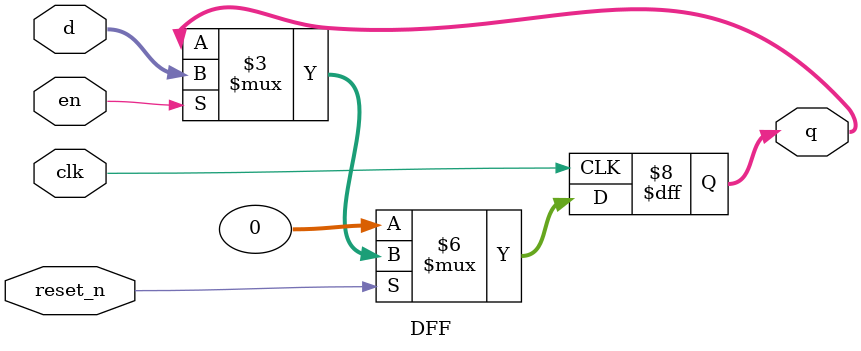
<source format=sv>
module DFF #(
    parameter int WIDTH = 32
) (
    input logic                     clk,
    input logic                     en,
    input logic                     reset_n, //active low reset
    input logic     [WIDTH-1:0]     d,
    output logic    [WIDTH-1:0]     q
);
    always_ff @(posedge clk) begin
        if (!reset_n)
            q <= '0;
        else if (en)
            q <= d;
    end
    
endmodule
</source>
